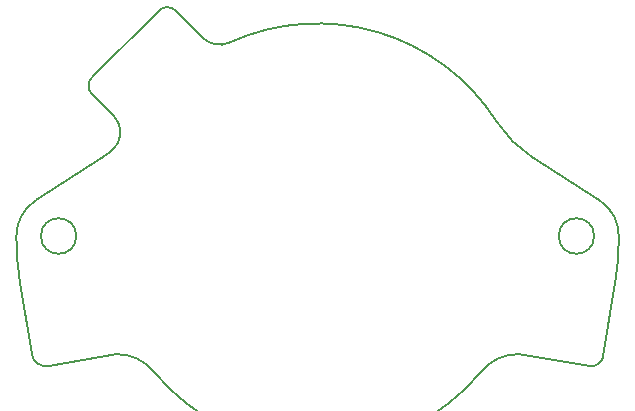
<source format=gbr>
%TF.GenerationSoftware,KiCad,Pcbnew,(6.0.0)*%
%TF.CreationDate,2022-01-12T17:49:16+01:00*%
%TF.ProjectId,v0_miniAB_pancake_board,76305f6d-696e-4694-9142-5f70616e6361,rev?*%
%TF.SameCoordinates,Original*%
%TF.FileFunction,Profile,NP*%
%FSLAX46Y46*%
G04 Gerber Fmt 4.6, Leading zero omitted, Abs format (unit mm)*
G04 Created by KiCad (PCBNEW (6.0.0)) date 2022-01-12 17:49:16*
%MOMM*%
%LPD*%
G01*
G04 APERTURE LIST*
%TA.AperFunction,Profile*%
%ADD10C,0.200000*%
%TD*%
G04 APERTURE END LIST*
D10*
X82741298Y-89812379D02*
X81070000Y-88150000D01*
X80908110Y-87979191D02*
X81070000Y-88150000D01*
X75800000Y-110000000D02*
X74815294Y-103997572D01*
X124200000Y-110200000D02*
X125200000Y-104000000D01*
X75800001Y-110000000D02*
G75*
G03*
X77278608Y-110990272I1210783J208846D01*
G01*
X118167779Y-93318387D02*
X123871958Y-96974815D01*
X125200000Y-104000000D02*
G75*
G03*
X125514702Y-100199994I-25200033J4000005D01*
G01*
X90287892Y-83216824D02*
G75*
G03*
X92531895Y-83622350I1414214J1414211D01*
G01*
X123420000Y-100000000D02*
G75*
G03*
X123420000Y-100000000I-1500000J0D01*
G01*
X116970562Y-110000000D02*
X123045421Y-111009491D01*
X76139027Y-96991840D02*
G75*
G03*
X74500000Y-100000000I1940974J-3008160D01*
G01*
X87979184Y-80908116D02*
G75*
G03*
X86564970Y-80908116I-707107J-707108D01*
G01*
X123045421Y-111009491D02*
G75*
G03*
X124200000Y-110200000I145734J1020274D01*
G01*
X125514703Y-100199994D02*
G75*
G03*
X123871958Y-96974815I-3594705J199993D01*
G01*
X116970562Y-110000000D02*
G75*
G03*
X113885006Y-111454545I1J-4000002D01*
G01*
X115164672Y-90302954D02*
G75*
G03*
X118167779Y-93318387I8424837J5387267D01*
G01*
X82556229Y-92804313D02*
G75*
G03*
X82741298Y-89812379I-1229145J1577721D01*
G01*
X86114994Y-111454545D02*
G75*
G03*
X83029437Y-110000000I-3085557J-2545457D01*
G01*
X115164672Y-90302954D02*
G75*
G03*
X92531895Y-83622351I-15164671J-9697044D01*
G01*
X77278608Y-110990272D02*
X83029437Y-110000000D01*
X79580000Y-100000000D02*
G75*
G03*
X79580000Y-100000000I-1500000J0D01*
G01*
X80908110Y-86564977D02*
G75*
G03*
X80908110Y-87979191I707108J-707107D01*
G01*
X90287892Y-83216824D02*
X87979184Y-80908116D01*
X76139027Y-96991840D02*
X81832220Y-93318387D01*
X81832220Y-93318387D02*
G75*
G03*
X82556229Y-92804313I-5421813J8402821D01*
G01*
X74500000Y-100000000D02*
G75*
G03*
X74815294Y-103997572I25500099J8D01*
G01*
X86114994Y-111454545D02*
G75*
G03*
X113885005Y-111454546I13885006J11454544D01*
G01*
X86564971Y-80908116D02*
X80908110Y-86564977D01*
M02*

</source>
